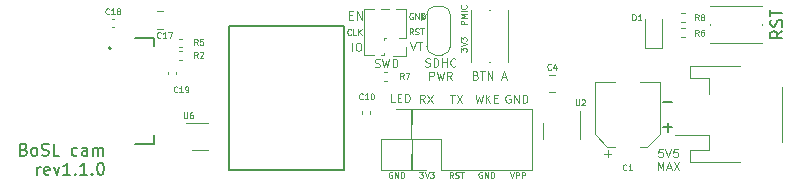
<source format=gbr>
G04 #@! TF.GenerationSoftware,KiCad,Pcbnew,(6.0.7)*
G04 #@! TF.CreationDate,2023-04-12T10:42:41+10:00*
G04 #@! TF.ProjectId,owts,6f777473-2e6b-4696-9361-645f70636258,1.1.0*
G04 #@! TF.SameCoordinates,Original*
G04 #@! TF.FileFunction,Legend,Top*
G04 #@! TF.FilePolarity,Positive*
%FSLAX46Y46*%
G04 Gerber Fmt 4.6, Leading zero omitted, Abs format (unit mm)*
G04 Created by KiCad (PCBNEW (6.0.7)) date 2023-04-12 10:42:41*
%MOMM*%
%LPD*%
G01*
G04 APERTURE LIST*
%ADD10C,0.125000*%
%ADD11C,0.150000*%
%ADD12C,0.120000*%
%ADD13C,0.127000*%
%ADD14C,0.200000*%
G04 APERTURE END LIST*
D10*
X70400000Y-108466666D02*
X70066666Y-108466666D01*
X70066666Y-107766666D01*
X70633333Y-108100000D02*
X70866666Y-108100000D01*
X70966666Y-108466666D02*
X70633333Y-108466666D01*
X70633333Y-107766666D01*
X70966666Y-107766666D01*
X71266666Y-108466666D02*
X71266666Y-107766666D01*
X71433333Y-107766666D01*
X71533333Y-107800000D01*
X71600000Y-107866666D01*
X71633333Y-107933333D01*
X71666666Y-108066666D01*
X71666666Y-108166666D01*
X71633333Y-108300000D01*
X71600000Y-108366666D01*
X71533333Y-108433333D01*
X71433333Y-108466666D01*
X71266666Y-108466666D01*
X70169047Y-114400000D02*
X70121428Y-114376190D01*
X70050000Y-114376190D01*
X69978571Y-114400000D01*
X69930952Y-114447619D01*
X69907142Y-114495238D01*
X69883333Y-114590476D01*
X69883333Y-114661904D01*
X69907142Y-114757142D01*
X69930952Y-114804761D01*
X69978571Y-114852380D01*
X70050000Y-114876190D01*
X70097619Y-114876190D01*
X70169047Y-114852380D01*
X70192857Y-114828571D01*
X70192857Y-114661904D01*
X70097619Y-114661904D01*
X70407142Y-114876190D02*
X70407142Y-114376190D01*
X70692857Y-114876190D01*
X70692857Y-114376190D01*
X70930952Y-114876190D02*
X70930952Y-114376190D01*
X71050000Y-114376190D01*
X71121428Y-114400000D01*
X71169047Y-114447619D01*
X71192857Y-114495238D01*
X71216666Y-114590476D01*
X71216666Y-114661904D01*
X71192857Y-114757142D01*
X71169047Y-114804761D01*
X71121428Y-114852380D01*
X71050000Y-114876190D01*
X70930952Y-114876190D01*
X72933333Y-108516666D02*
X72700000Y-108183333D01*
X72533333Y-108516666D02*
X72533333Y-107816666D01*
X72800000Y-107816666D01*
X72866666Y-107850000D01*
X72900000Y-107883333D01*
X72933333Y-107950000D01*
X72933333Y-108050000D01*
X72900000Y-108116666D01*
X72866666Y-108150000D01*
X72800000Y-108183333D01*
X72533333Y-108183333D01*
X73166666Y-107816666D02*
X73633333Y-108516666D01*
X73633333Y-107816666D02*
X73166666Y-108516666D01*
X66797916Y-104116666D02*
X66797916Y-103416666D01*
X67264583Y-103416666D02*
X67397916Y-103416666D01*
X67464583Y-103450000D01*
X67531250Y-103516666D01*
X67564583Y-103650000D01*
X67564583Y-103883333D01*
X67531250Y-104016666D01*
X67464583Y-104083333D01*
X67397916Y-104116666D01*
X67264583Y-104116666D01*
X67197916Y-104083333D01*
X67131250Y-104016666D01*
X67097916Y-103883333D01*
X67097916Y-103650000D01*
X67131250Y-103516666D01*
X67197916Y-103450000D01*
X67264583Y-103416666D01*
D11*
X93119047Y-108471428D02*
X93880952Y-108471428D01*
D10*
X71936011Y-102726190D02*
X71769345Y-102488095D01*
X71650297Y-102726190D02*
X71650297Y-102226190D01*
X71840773Y-102226190D01*
X71888392Y-102250000D01*
X71912202Y-102273809D01*
X71936011Y-102321428D01*
X71936011Y-102392857D01*
X71912202Y-102440476D01*
X71888392Y-102464285D01*
X71840773Y-102488095D01*
X71650297Y-102488095D01*
X72126488Y-102702380D02*
X72197916Y-102726190D01*
X72316964Y-102726190D01*
X72364583Y-102702380D01*
X72388392Y-102678571D01*
X72412202Y-102630952D01*
X72412202Y-102583333D01*
X72388392Y-102535714D01*
X72364583Y-102511904D01*
X72316964Y-102488095D01*
X72221726Y-102464285D01*
X72174107Y-102440476D01*
X72150297Y-102416666D01*
X72126488Y-102369047D01*
X72126488Y-102321428D01*
X72150297Y-102273809D01*
X72174107Y-102250000D01*
X72221726Y-102226190D01*
X72340773Y-102226190D01*
X72412202Y-102250000D01*
X72555059Y-102226190D02*
X72840773Y-102226190D01*
X72697916Y-102726190D02*
X72697916Y-102226190D01*
D11*
X93119047Y-110571428D02*
X93880952Y-110571428D01*
X93500000Y-110952380D02*
X93500000Y-110190476D01*
D10*
X80166666Y-107850000D02*
X80100000Y-107816666D01*
X80000000Y-107816666D01*
X79900000Y-107850000D01*
X79833333Y-107916666D01*
X79800000Y-107983333D01*
X79766666Y-108116666D01*
X79766666Y-108216666D01*
X79800000Y-108350000D01*
X79833333Y-108416666D01*
X79900000Y-108483333D01*
X80000000Y-108516666D01*
X80066666Y-108516666D01*
X80166666Y-108483333D01*
X80200000Y-108450000D01*
X80200000Y-108216666D01*
X80066666Y-108216666D01*
X80500000Y-108516666D02*
X80500000Y-107816666D01*
X80900000Y-108516666D01*
X80900000Y-107816666D01*
X81233333Y-108516666D02*
X81233333Y-107816666D01*
X81400000Y-107816666D01*
X81500000Y-107850000D01*
X81566666Y-107916666D01*
X81600000Y-107983333D01*
X81633333Y-108116666D01*
X81633333Y-108216666D01*
X81600000Y-108350000D01*
X81566666Y-108416666D01*
X81500000Y-108483333D01*
X81400000Y-108516666D01*
X81233333Y-108516666D01*
X93083333Y-112403166D02*
X92750000Y-112403166D01*
X92716666Y-112736500D01*
X92750000Y-112703166D01*
X92816666Y-112669833D01*
X92983333Y-112669833D01*
X93050000Y-112703166D01*
X93083333Y-112736500D01*
X93116666Y-112803166D01*
X93116666Y-112969833D01*
X93083333Y-113036500D01*
X93050000Y-113069833D01*
X92983333Y-113103166D01*
X92816666Y-113103166D01*
X92750000Y-113069833D01*
X92716666Y-113036500D01*
X93316666Y-112403166D02*
X93550000Y-113103166D01*
X93783333Y-112403166D01*
X94350000Y-112403166D02*
X94016666Y-112403166D01*
X93983333Y-112736500D01*
X94016666Y-112703166D01*
X94083333Y-112669833D01*
X94250000Y-112669833D01*
X94316666Y-112703166D01*
X94350000Y-112736500D01*
X94383333Y-112803166D01*
X94383333Y-112969833D01*
X94350000Y-113036500D01*
X94316666Y-113069833D01*
X94250000Y-113103166D01*
X94083333Y-113103166D01*
X94016666Y-113069833D01*
X93983333Y-113036500D01*
X92683333Y-114230166D02*
X92683333Y-113530166D01*
X92916666Y-114030166D01*
X93150000Y-113530166D01*
X93150000Y-114230166D01*
X93450000Y-114030166D02*
X93783333Y-114030166D01*
X93383333Y-114230166D02*
X93616666Y-113530166D01*
X93850000Y-114230166D01*
X94016666Y-113530166D02*
X94483333Y-114230166D01*
X94483333Y-113530166D02*
X94016666Y-114230166D01*
X71912202Y-100950000D02*
X71864583Y-100926190D01*
X71793154Y-100926190D01*
X71721726Y-100950000D01*
X71674107Y-100997619D01*
X71650297Y-101045238D01*
X71626488Y-101140476D01*
X71626488Y-101211904D01*
X71650297Y-101307142D01*
X71674107Y-101354761D01*
X71721726Y-101402380D01*
X71793154Y-101426190D01*
X71840773Y-101426190D01*
X71912202Y-101402380D01*
X71936011Y-101378571D01*
X71936011Y-101211904D01*
X71840773Y-101211904D01*
X72150297Y-101426190D02*
X72150297Y-100926190D01*
X72436011Y-101426190D01*
X72436011Y-100926190D01*
X72674107Y-101426190D02*
X72674107Y-100926190D01*
X72793154Y-100926190D01*
X72864583Y-100950000D01*
X72912202Y-100997619D01*
X72936011Y-101045238D01*
X72959821Y-101140476D01*
X72959821Y-101211904D01*
X72936011Y-101307142D01*
X72912202Y-101354761D01*
X72864583Y-101402380D01*
X72793154Y-101426190D01*
X72674107Y-101426190D01*
X72480952Y-114376190D02*
X72790476Y-114376190D01*
X72623809Y-114566666D01*
X72695238Y-114566666D01*
X72742857Y-114590476D01*
X72766666Y-114614285D01*
X72790476Y-114661904D01*
X72790476Y-114780952D01*
X72766666Y-114828571D01*
X72742857Y-114852380D01*
X72695238Y-114876190D01*
X72552380Y-114876190D01*
X72504761Y-114852380D01*
X72480952Y-114828571D01*
X72933333Y-114376190D02*
X73100000Y-114876190D01*
X73266666Y-114376190D01*
X73385714Y-114376190D02*
X73695238Y-114376190D01*
X73528571Y-114566666D01*
X73600000Y-114566666D01*
X73647619Y-114590476D01*
X73671428Y-114614285D01*
X73695238Y-114661904D01*
X73695238Y-114780952D01*
X73671428Y-114828571D01*
X73647619Y-114852380D01*
X73600000Y-114876190D01*
X73457142Y-114876190D01*
X73409523Y-114852380D01*
X73385714Y-114828571D01*
X71697916Y-103366666D02*
X71931250Y-104066666D01*
X72164583Y-103366666D01*
X72297916Y-103366666D02*
X72697916Y-103366666D01*
X72497916Y-104066666D02*
X72497916Y-103366666D01*
X75976190Y-104197321D02*
X75976190Y-103887797D01*
X76166666Y-104054464D01*
X76166666Y-103983035D01*
X76190476Y-103935416D01*
X76214285Y-103911607D01*
X76261904Y-103887797D01*
X76380952Y-103887797D01*
X76428571Y-103911607D01*
X76452380Y-103935416D01*
X76476190Y-103983035D01*
X76476190Y-104125892D01*
X76452380Y-104173511D01*
X76428571Y-104197321D01*
X75976190Y-103744940D02*
X76476190Y-103578273D01*
X75976190Y-103411607D01*
X75976190Y-103292559D02*
X75976190Y-102983035D01*
X76166666Y-103149702D01*
X76166666Y-103078273D01*
X76190476Y-103030654D01*
X76214285Y-103006845D01*
X76261904Y-102983035D01*
X76380952Y-102983035D01*
X76428571Y-103006845D01*
X76452380Y-103030654D01*
X76476190Y-103078273D01*
X76476190Y-103221130D01*
X76452380Y-103268750D01*
X76428571Y-103292559D01*
X77769047Y-114400000D02*
X77721428Y-114376190D01*
X77650000Y-114376190D01*
X77578571Y-114400000D01*
X77530952Y-114447619D01*
X77507142Y-114495238D01*
X77483333Y-114590476D01*
X77483333Y-114661904D01*
X77507142Y-114757142D01*
X77530952Y-114804761D01*
X77578571Y-114852380D01*
X77650000Y-114876190D01*
X77697619Y-114876190D01*
X77769047Y-114852380D01*
X77792857Y-114828571D01*
X77792857Y-114661904D01*
X77697619Y-114661904D01*
X78007142Y-114876190D02*
X78007142Y-114376190D01*
X78292857Y-114876190D01*
X78292857Y-114376190D01*
X78530952Y-114876190D02*
X78530952Y-114376190D01*
X78650000Y-114376190D01*
X78721428Y-114400000D01*
X78769047Y-114447619D01*
X78792857Y-114495238D01*
X78816666Y-114590476D01*
X78816666Y-114661904D01*
X78792857Y-114757142D01*
X78769047Y-114804761D01*
X78721428Y-114852380D01*
X78650000Y-114876190D01*
X78530952Y-114876190D01*
D11*
X103202380Y-102447619D02*
X102726190Y-102780952D01*
X103202380Y-103019047D02*
X102202380Y-103019047D01*
X102202380Y-102638095D01*
X102250000Y-102542857D01*
X102297619Y-102495238D01*
X102392857Y-102447619D01*
X102535714Y-102447619D01*
X102630952Y-102495238D01*
X102678571Y-102542857D01*
X102726190Y-102638095D01*
X102726190Y-103019047D01*
X103154761Y-102066666D02*
X103202380Y-101923809D01*
X103202380Y-101685714D01*
X103154761Y-101590476D01*
X103107142Y-101542857D01*
X103011904Y-101495238D01*
X102916666Y-101495238D01*
X102821428Y-101542857D01*
X102773809Y-101590476D01*
X102726190Y-101685714D01*
X102678571Y-101876190D01*
X102630952Y-101971428D01*
X102583333Y-102019047D01*
X102488095Y-102066666D01*
X102392857Y-102066666D01*
X102297619Y-102019047D01*
X102250000Y-101971428D01*
X102202380Y-101876190D01*
X102202380Y-101638095D01*
X102250000Y-101495238D01*
X102202380Y-101209523D02*
X102202380Y-100638095D01*
X103202380Y-100923809D02*
X102202380Y-100923809D01*
D10*
X75066666Y-107816666D02*
X75466666Y-107816666D01*
X75266666Y-108516666D02*
X75266666Y-107816666D01*
X75633333Y-107816666D02*
X76100000Y-108516666D01*
X76100000Y-107816666D02*
X75633333Y-108516666D01*
X80133333Y-114376190D02*
X80300000Y-114876190D01*
X80466666Y-114376190D01*
X80633333Y-114876190D02*
X80633333Y-114376190D01*
X80823809Y-114376190D01*
X80871428Y-114400000D01*
X80895238Y-114423809D01*
X80919047Y-114471428D01*
X80919047Y-114542857D01*
X80895238Y-114590476D01*
X80871428Y-114614285D01*
X80823809Y-114638095D01*
X80633333Y-114638095D01*
X81133333Y-114876190D02*
X81133333Y-114376190D01*
X81323809Y-114376190D01*
X81371428Y-114400000D01*
X81395238Y-114423809D01*
X81419047Y-114471428D01*
X81419047Y-114542857D01*
X81395238Y-114590476D01*
X81371428Y-114614285D01*
X81323809Y-114638095D01*
X81133333Y-114638095D01*
X72983333Y-105419833D02*
X73083333Y-105453166D01*
X73250000Y-105453166D01*
X73316666Y-105419833D01*
X73350000Y-105386500D01*
X73383333Y-105319833D01*
X73383333Y-105253166D01*
X73350000Y-105186500D01*
X73316666Y-105153166D01*
X73250000Y-105119833D01*
X73116666Y-105086500D01*
X73050000Y-105053166D01*
X73016666Y-105019833D01*
X72983333Y-104953166D01*
X72983333Y-104886500D01*
X73016666Y-104819833D01*
X73050000Y-104786500D01*
X73116666Y-104753166D01*
X73283333Y-104753166D01*
X73383333Y-104786500D01*
X73683333Y-105453166D02*
X73683333Y-104753166D01*
X73850000Y-104753166D01*
X73950000Y-104786500D01*
X74016666Y-104853166D01*
X74050000Y-104919833D01*
X74083333Y-105053166D01*
X74083333Y-105153166D01*
X74050000Y-105286500D01*
X74016666Y-105353166D01*
X73950000Y-105419833D01*
X73850000Y-105453166D01*
X73683333Y-105453166D01*
X74383333Y-105453166D02*
X74383333Y-104753166D01*
X74383333Y-105086500D02*
X74783333Y-105086500D01*
X74783333Y-105453166D02*
X74783333Y-104753166D01*
X75516666Y-105386500D02*
X75483333Y-105419833D01*
X75383333Y-105453166D01*
X75316666Y-105453166D01*
X75216666Y-105419833D01*
X75150000Y-105353166D01*
X75116666Y-105286500D01*
X75083333Y-105153166D01*
X75083333Y-105053166D01*
X75116666Y-104919833D01*
X75150000Y-104853166D01*
X75216666Y-104786500D01*
X75316666Y-104753166D01*
X75383333Y-104753166D01*
X75483333Y-104786500D01*
X75516666Y-104819833D01*
X73316666Y-106580166D02*
X73316666Y-105880166D01*
X73583333Y-105880166D01*
X73650000Y-105913500D01*
X73683333Y-105946833D01*
X73716666Y-106013500D01*
X73716666Y-106113500D01*
X73683333Y-106180166D01*
X73650000Y-106213500D01*
X73583333Y-106246833D01*
X73316666Y-106246833D01*
X73950000Y-105880166D02*
X74116666Y-106580166D01*
X74250000Y-106080166D01*
X74383333Y-106580166D01*
X74550000Y-105880166D01*
X75216666Y-106580166D02*
X74983333Y-106246833D01*
X74816666Y-106580166D02*
X74816666Y-105880166D01*
X75083333Y-105880166D01*
X75150000Y-105913500D01*
X75183333Y-105946833D01*
X75216666Y-106013500D01*
X75216666Y-106113500D01*
X75183333Y-106180166D01*
X75150000Y-106213500D01*
X75083333Y-106246833D01*
X74816666Y-106246833D01*
X77233333Y-107816666D02*
X77400000Y-108516666D01*
X77533333Y-108016666D01*
X77666666Y-108516666D01*
X77833333Y-107816666D01*
X78100000Y-108516666D02*
X78100000Y-107816666D01*
X78500000Y-108516666D02*
X78200000Y-108116666D01*
X78500000Y-107816666D02*
X78100000Y-108216666D01*
X78800000Y-108150000D02*
X79033333Y-108150000D01*
X79133333Y-108516666D02*
X78800000Y-108516666D01*
X78800000Y-107816666D01*
X79133333Y-107816666D01*
D11*
X39000119Y-112473571D02*
X39142976Y-112521190D01*
X39190595Y-112568809D01*
X39238214Y-112664047D01*
X39238214Y-112806904D01*
X39190595Y-112902142D01*
X39142976Y-112949761D01*
X39047738Y-112997380D01*
X38666785Y-112997380D01*
X38666785Y-111997380D01*
X39000119Y-111997380D01*
X39095357Y-112045000D01*
X39142976Y-112092619D01*
X39190595Y-112187857D01*
X39190595Y-112283095D01*
X39142976Y-112378333D01*
X39095357Y-112425952D01*
X39000119Y-112473571D01*
X38666785Y-112473571D01*
X39809642Y-112997380D02*
X39714404Y-112949761D01*
X39666785Y-112902142D01*
X39619166Y-112806904D01*
X39619166Y-112521190D01*
X39666785Y-112425952D01*
X39714404Y-112378333D01*
X39809642Y-112330714D01*
X39952500Y-112330714D01*
X40047738Y-112378333D01*
X40095357Y-112425952D01*
X40142976Y-112521190D01*
X40142976Y-112806904D01*
X40095357Y-112902142D01*
X40047738Y-112949761D01*
X39952500Y-112997380D01*
X39809642Y-112997380D01*
X40523928Y-112949761D02*
X40666785Y-112997380D01*
X40904880Y-112997380D01*
X41000119Y-112949761D01*
X41047738Y-112902142D01*
X41095357Y-112806904D01*
X41095357Y-112711666D01*
X41047738Y-112616428D01*
X41000119Y-112568809D01*
X40904880Y-112521190D01*
X40714404Y-112473571D01*
X40619166Y-112425952D01*
X40571547Y-112378333D01*
X40523928Y-112283095D01*
X40523928Y-112187857D01*
X40571547Y-112092619D01*
X40619166Y-112045000D01*
X40714404Y-111997380D01*
X40952500Y-111997380D01*
X41095357Y-112045000D01*
X42000119Y-112997380D02*
X41523928Y-112997380D01*
X41523928Y-111997380D01*
X43523928Y-112949761D02*
X43428690Y-112997380D01*
X43238214Y-112997380D01*
X43142976Y-112949761D01*
X43095357Y-112902142D01*
X43047738Y-112806904D01*
X43047738Y-112521190D01*
X43095357Y-112425952D01*
X43142976Y-112378333D01*
X43238214Y-112330714D01*
X43428690Y-112330714D01*
X43523928Y-112378333D01*
X44381071Y-112997380D02*
X44381071Y-112473571D01*
X44333452Y-112378333D01*
X44238214Y-112330714D01*
X44047738Y-112330714D01*
X43952500Y-112378333D01*
X44381071Y-112949761D02*
X44285833Y-112997380D01*
X44047738Y-112997380D01*
X43952500Y-112949761D01*
X43904880Y-112854523D01*
X43904880Y-112759285D01*
X43952500Y-112664047D01*
X44047738Y-112616428D01*
X44285833Y-112616428D01*
X44381071Y-112568809D01*
X44857261Y-112997380D02*
X44857261Y-112330714D01*
X44857261Y-112425952D02*
X44904880Y-112378333D01*
X45000119Y-112330714D01*
X45142976Y-112330714D01*
X45238214Y-112378333D01*
X45285833Y-112473571D01*
X45285833Y-112997380D01*
X45285833Y-112473571D02*
X45333452Y-112378333D01*
X45428690Y-112330714D01*
X45571547Y-112330714D01*
X45666785Y-112378333D01*
X45714404Y-112473571D01*
X45714404Y-112997380D01*
X40142976Y-114607380D02*
X40142976Y-113940714D01*
X40142976Y-114131190D02*
X40190595Y-114035952D01*
X40238214Y-113988333D01*
X40333452Y-113940714D01*
X40428690Y-113940714D01*
X41142976Y-114559761D02*
X41047738Y-114607380D01*
X40857261Y-114607380D01*
X40762023Y-114559761D01*
X40714404Y-114464523D01*
X40714404Y-114083571D01*
X40762023Y-113988333D01*
X40857261Y-113940714D01*
X41047738Y-113940714D01*
X41142976Y-113988333D01*
X41190595Y-114083571D01*
X41190595Y-114178809D01*
X40714404Y-114274047D01*
X41523928Y-113940714D02*
X41762023Y-114607380D01*
X42000119Y-113940714D01*
X42904880Y-114607380D02*
X42333452Y-114607380D01*
X42619166Y-114607380D02*
X42619166Y-113607380D01*
X42523928Y-113750238D01*
X42428690Y-113845476D01*
X42333452Y-113893095D01*
X43333452Y-114512142D02*
X43381071Y-114559761D01*
X43333452Y-114607380D01*
X43285833Y-114559761D01*
X43333452Y-114512142D01*
X43333452Y-114607380D01*
X44333452Y-114607380D02*
X43762023Y-114607380D01*
X44047738Y-114607380D02*
X44047738Y-113607380D01*
X43952500Y-113750238D01*
X43857261Y-113845476D01*
X43762023Y-113893095D01*
X44762023Y-114512142D02*
X44809642Y-114559761D01*
X44762023Y-114607380D01*
X44714404Y-114559761D01*
X44762023Y-114512142D01*
X44762023Y-114607380D01*
X45428690Y-113607380D02*
X45523928Y-113607380D01*
X45619166Y-113655000D01*
X45666785Y-113702619D01*
X45714404Y-113797857D01*
X45762023Y-113988333D01*
X45762023Y-114226428D01*
X45714404Y-114416904D01*
X45666785Y-114512142D01*
X45619166Y-114559761D01*
X45523928Y-114607380D01*
X45428690Y-114607380D01*
X45333452Y-114559761D01*
X45285833Y-114512142D01*
X45238214Y-114416904D01*
X45190595Y-114226428D01*
X45190595Y-113988333D01*
X45238214Y-113797857D01*
X45285833Y-113702619D01*
X45333452Y-113655000D01*
X45428690Y-113607380D01*
D10*
X77250000Y-106200000D02*
X77350000Y-106233333D01*
X77383333Y-106266666D01*
X77416666Y-106333333D01*
X77416666Y-106433333D01*
X77383333Y-106500000D01*
X77350000Y-106533333D01*
X77283333Y-106566666D01*
X77016666Y-106566666D01*
X77016666Y-105866666D01*
X77250000Y-105866666D01*
X77316666Y-105900000D01*
X77350000Y-105933333D01*
X77383333Y-106000000D01*
X77383333Y-106066666D01*
X77350000Y-106133333D01*
X77316666Y-106166666D01*
X77250000Y-106200000D01*
X77016666Y-106200000D01*
X77616666Y-105866666D02*
X78016666Y-105866666D01*
X77816666Y-106566666D02*
X77816666Y-105866666D01*
X78250000Y-106566666D02*
X78250000Y-105866666D01*
X78650000Y-106566666D01*
X78650000Y-105866666D01*
X79483333Y-106366666D02*
X79816666Y-106366666D01*
X79416666Y-106566666D02*
X79650000Y-105866666D01*
X79883333Y-106566666D01*
X66686011Y-102728571D02*
X66662202Y-102752380D01*
X66590773Y-102776190D01*
X66543154Y-102776190D01*
X66471726Y-102752380D01*
X66424107Y-102704761D01*
X66400297Y-102657142D01*
X66376488Y-102561904D01*
X66376488Y-102490476D01*
X66400297Y-102395238D01*
X66424107Y-102347619D01*
X66471726Y-102300000D01*
X66543154Y-102276190D01*
X66590773Y-102276190D01*
X66662202Y-102300000D01*
X66686011Y-102323809D01*
X67138392Y-102776190D02*
X66900297Y-102776190D01*
X66900297Y-102276190D01*
X67305059Y-102776190D02*
X67305059Y-102276190D01*
X67590773Y-102776190D02*
X67376488Y-102490476D01*
X67590773Y-102276190D02*
X67305059Y-102561904D01*
X68714583Y-105483333D02*
X68814583Y-105516666D01*
X68981250Y-105516666D01*
X69047916Y-105483333D01*
X69081250Y-105450000D01*
X69114583Y-105383333D01*
X69114583Y-105316666D01*
X69081250Y-105250000D01*
X69047916Y-105216666D01*
X68981250Y-105183333D01*
X68847916Y-105150000D01*
X68781250Y-105116666D01*
X68747916Y-105083333D01*
X68714583Y-105016666D01*
X68714583Y-104950000D01*
X68747916Y-104883333D01*
X68781250Y-104850000D01*
X68847916Y-104816666D01*
X69014583Y-104816666D01*
X69114583Y-104850000D01*
X69347916Y-104816666D02*
X69514583Y-105516666D01*
X69647916Y-105016666D01*
X69781250Y-105516666D01*
X69947916Y-104816666D01*
X70214583Y-105516666D02*
X70214583Y-104816666D01*
X70381250Y-104816666D01*
X70481250Y-104850000D01*
X70547916Y-104916666D01*
X70581250Y-104983333D01*
X70614583Y-105116666D01*
X70614583Y-105216666D01*
X70581250Y-105350000D01*
X70547916Y-105416666D01*
X70481250Y-105483333D01*
X70381250Y-105516666D01*
X70214583Y-105516666D01*
X75326190Y-114876190D02*
X75159523Y-114638095D01*
X75040476Y-114876190D02*
X75040476Y-114376190D01*
X75230952Y-114376190D01*
X75278571Y-114400000D01*
X75302380Y-114423809D01*
X75326190Y-114471428D01*
X75326190Y-114542857D01*
X75302380Y-114590476D01*
X75278571Y-114614285D01*
X75230952Y-114638095D01*
X75040476Y-114638095D01*
X75516666Y-114852380D02*
X75588095Y-114876190D01*
X75707142Y-114876190D01*
X75754761Y-114852380D01*
X75778571Y-114828571D01*
X75802380Y-114780952D01*
X75802380Y-114733333D01*
X75778571Y-114685714D01*
X75754761Y-114661904D01*
X75707142Y-114638095D01*
X75611904Y-114614285D01*
X75564285Y-114590476D01*
X75540476Y-114566666D01*
X75516666Y-114519047D01*
X75516666Y-114471428D01*
X75540476Y-114423809D01*
X75564285Y-114400000D01*
X75611904Y-114376190D01*
X75730952Y-114376190D01*
X75802380Y-114400000D01*
X75945238Y-114376190D02*
X76230952Y-114376190D01*
X76088095Y-114876190D02*
X76088095Y-114376190D01*
X76476190Y-101849702D02*
X75976190Y-101849702D01*
X75976190Y-101659226D01*
X76000000Y-101611607D01*
X76023809Y-101587797D01*
X76071428Y-101563988D01*
X76142857Y-101563988D01*
X76190476Y-101587797D01*
X76214285Y-101611607D01*
X76238095Y-101659226D01*
X76238095Y-101849702D01*
X76476190Y-101349702D02*
X75976190Y-101349702D01*
X76333333Y-101183035D01*
X75976190Y-101016369D01*
X76476190Y-101016369D01*
X76476190Y-100778273D02*
X75976190Y-100778273D01*
X76428571Y-100254464D02*
X76452380Y-100278273D01*
X76476190Y-100349702D01*
X76476190Y-100397321D01*
X76452380Y-100468750D01*
X76404761Y-100516369D01*
X76357142Y-100540178D01*
X76261904Y-100563988D01*
X76190476Y-100563988D01*
X76095238Y-100540178D01*
X76047619Y-100516369D01*
X76000000Y-100468750D01*
X75976190Y-100397321D01*
X75976190Y-100349702D01*
X76000000Y-100278273D01*
X76023809Y-100254464D01*
X66547916Y-101100000D02*
X66781250Y-101100000D01*
X66881250Y-101466666D02*
X66547916Y-101466666D01*
X66547916Y-100766666D01*
X66881250Y-100766666D01*
X67181250Y-101466666D02*
X67181250Y-100766666D01*
X67581250Y-101466666D01*
X67581250Y-100766666D01*
X71141666Y-106476190D02*
X70975000Y-106238095D01*
X70855952Y-106476190D02*
X70855952Y-105976190D01*
X71046428Y-105976190D01*
X71094047Y-106000000D01*
X71117857Y-106023809D01*
X71141666Y-106071428D01*
X71141666Y-106142857D01*
X71117857Y-106190476D01*
X71094047Y-106214285D01*
X71046428Y-106238095D01*
X70855952Y-106238095D01*
X71308333Y-105976190D02*
X71641666Y-105976190D01*
X71427380Y-106476190D01*
X85719047Y-108226190D02*
X85719047Y-108630952D01*
X85742857Y-108678571D01*
X85766666Y-108702380D01*
X85814285Y-108726190D01*
X85909523Y-108726190D01*
X85957142Y-108702380D01*
X85980952Y-108678571D01*
X86004761Y-108630952D01*
X86004761Y-108226190D01*
X86219047Y-108273809D02*
X86242857Y-108250000D01*
X86290476Y-108226190D01*
X86409523Y-108226190D01*
X86457142Y-108250000D01*
X86480952Y-108273809D01*
X86504761Y-108321428D01*
X86504761Y-108369047D01*
X86480952Y-108440476D01*
X86195238Y-108726190D01*
X86504761Y-108726190D01*
X51978571Y-107578571D02*
X51954761Y-107602380D01*
X51883333Y-107626190D01*
X51835714Y-107626190D01*
X51764285Y-107602380D01*
X51716666Y-107554761D01*
X51692857Y-107507142D01*
X51669047Y-107411904D01*
X51669047Y-107340476D01*
X51692857Y-107245238D01*
X51716666Y-107197619D01*
X51764285Y-107150000D01*
X51835714Y-107126190D01*
X51883333Y-107126190D01*
X51954761Y-107150000D01*
X51978571Y-107173809D01*
X52454761Y-107626190D02*
X52169047Y-107626190D01*
X52311904Y-107626190D02*
X52311904Y-107126190D01*
X52264285Y-107197619D01*
X52216666Y-107245238D01*
X52169047Y-107269047D01*
X52692857Y-107626190D02*
X52788095Y-107626190D01*
X52835714Y-107602380D01*
X52859523Y-107578571D01*
X52907142Y-107507142D01*
X52930952Y-107411904D01*
X52930952Y-107221428D01*
X52907142Y-107173809D01*
X52883333Y-107150000D01*
X52835714Y-107126190D01*
X52740476Y-107126190D01*
X52692857Y-107150000D01*
X52669047Y-107173809D01*
X52645238Y-107221428D01*
X52645238Y-107340476D01*
X52669047Y-107388095D01*
X52692857Y-107411904D01*
X52740476Y-107435714D01*
X52835714Y-107435714D01*
X52883333Y-107411904D01*
X52907142Y-107388095D01*
X52930952Y-107340476D01*
X53716666Y-104705190D02*
X53550000Y-104467095D01*
X53430952Y-104705190D02*
X53430952Y-104205190D01*
X53621428Y-104205190D01*
X53669047Y-104229000D01*
X53692857Y-104252809D01*
X53716666Y-104300428D01*
X53716666Y-104371857D01*
X53692857Y-104419476D01*
X53669047Y-104443285D01*
X53621428Y-104467095D01*
X53430952Y-104467095D01*
X53907142Y-104252809D02*
X53930952Y-104229000D01*
X53978571Y-104205190D01*
X54097619Y-104205190D01*
X54145238Y-104229000D01*
X54169047Y-104252809D01*
X54192857Y-104300428D01*
X54192857Y-104348047D01*
X54169047Y-104419476D01*
X53883333Y-104705190D01*
X54192857Y-104705190D01*
X46206571Y-100978571D02*
X46182761Y-101002380D01*
X46111333Y-101026190D01*
X46063714Y-101026190D01*
X45992285Y-101002380D01*
X45944666Y-100954761D01*
X45920857Y-100907142D01*
X45897047Y-100811904D01*
X45897047Y-100740476D01*
X45920857Y-100645238D01*
X45944666Y-100597619D01*
X45992285Y-100550000D01*
X46063714Y-100526190D01*
X46111333Y-100526190D01*
X46182761Y-100550000D01*
X46206571Y-100573809D01*
X46682761Y-101026190D02*
X46397047Y-101026190D01*
X46539904Y-101026190D02*
X46539904Y-100526190D01*
X46492285Y-100597619D01*
X46444666Y-100645238D01*
X46397047Y-100669047D01*
X46968476Y-100740476D02*
X46920857Y-100716666D01*
X46897047Y-100692857D01*
X46873238Y-100645238D01*
X46873238Y-100621428D01*
X46897047Y-100573809D01*
X46920857Y-100550000D01*
X46968476Y-100526190D01*
X47063714Y-100526190D01*
X47111333Y-100550000D01*
X47135142Y-100573809D01*
X47158952Y-100621428D01*
X47158952Y-100645238D01*
X47135142Y-100692857D01*
X47111333Y-100716666D01*
X47063714Y-100740476D01*
X46968476Y-100740476D01*
X46920857Y-100764285D01*
X46897047Y-100788095D01*
X46873238Y-100835714D01*
X46873238Y-100930952D01*
X46897047Y-100978571D01*
X46920857Y-101002380D01*
X46968476Y-101026190D01*
X47063714Y-101026190D01*
X47111333Y-101002380D01*
X47135142Y-100978571D01*
X47158952Y-100930952D01*
X47158952Y-100835714D01*
X47135142Y-100788095D01*
X47111333Y-100764285D01*
X47063714Y-100740476D01*
X90016666Y-114178571D02*
X89992857Y-114202380D01*
X89921428Y-114226190D01*
X89873809Y-114226190D01*
X89802380Y-114202380D01*
X89754761Y-114154761D01*
X89730952Y-114107142D01*
X89707142Y-114011904D01*
X89707142Y-113940476D01*
X89730952Y-113845238D01*
X89754761Y-113797619D01*
X89802380Y-113750000D01*
X89873809Y-113726190D01*
X89921428Y-113726190D01*
X89992857Y-113750000D01*
X90016666Y-113773809D01*
X90492857Y-114226190D02*
X90207142Y-114226190D01*
X90350000Y-114226190D02*
X90350000Y-113726190D01*
X90302380Y-113797619D01*
X90254761Y-113845238D01*
X90207142Y-113869047D01*
X52519047Y-109326190D02*
X52519047Y-109730952D01*
X52542857Y-109778571D01*
X52566666Y-109802380D01*
X52614285Y-109826190D01*
X52709523Y-109826190D01*
X52757142Y-109802380D01*
X52780952Y-109778571D01*
X52804761Y-109730952D01*
X52804761Y-109326190D01*
X53257142Y-109326190D02*
X53161904Y-109326190D01*
X53114285Y-109350000D01*
X53090476Y-109373809D01*
X53042857Y-109445238D01*
X53019047Y-109540476D01*
X53019047Y-109730952D01*
X53042857Y-109778571D01*
X53066666Y-109802380D01*
X53114285Y-109826190D01*
X53209523Y-109826190D01*
X53257142Y-109802380D01*
X53280952Y-109778571D01*
X53304761Y-109730952D01*
X53304761Y-109611904D01*
X53280952Y-109564285D01*
X53257142Y-109540476D01*
X53209523Y-109516666D01*
X53114285Y-109516666D01*
X53066666Y-109540476D01*
X53042857Y-109564285D01*
X53019047Y-109611904D01*
X53716666Y-103626190D02*
X53550000Y-103388095D01*
X53430952Y-103626190D02*
X53430952Y-103126190D01*
X53621428Y-103126190D01*
X53669047Y-103150000D01*
X53692857Y-103173809D01*
X53716666Y-103221428D01*
X53716666Y-103292857D01*
X53692857Y-103340476D01*
X53669047Y-103364285D01*
X53621428Y-103388095D01*
X53430952Y-103388095D01*
X54169047Y-103126190D02*
X53930952Y-103126190D01*
X53907142Y-103364285D01*
X53930952Y-103340476D01*
X53978571Y-103316666D01*
X54097619Y-103316666D01*
X54145238Y-103340476D01*
X54169047Y-103364285D01*
X54192857Y-103411904D01*
X54192857Y-103530952D01*
X54169047Y-103578571D01*
X54145238Y-103602380D01*
X54097619Y-103626190D01*
X53978571Y-103626190D01*
X53930952Y-103602380D01*
X53907142Y-103578571D01*
X50578571Y-102978571D02*
X50554761Y-103002380D01*
X50483333Y-103026190D01*
X50435714Y-103026190D01*
X50364285Y-103002380D01*
X50316666Y-102954761D01*
X50292857Y-102907142D01*
X50269047Y-102811904D01*
X50269047Y-102740476D01*
X50292857Y-102645238D01*
X50316666Y-102597619D01*
X50364285Y-102550000D01*
X50435714Y-102526190D01*
X50483333Y-102526190D01*
X50554761Y-102550000D01*
X50578571Y-102573809D01*
X51054761Y-103026190D02*
X50769047Y-103026190D01*
X50911904Y-103026190D02*
X50911904Y-102526190D01*
X50864285Y-102597619D01*
X50816666Y-102645238D01*
X50769047Y-102669047D01*
X51221428Y-102526190D02*
X51554761Y-102526190D01*
X51340476Y-103026190D01*
X96116666Y-101526190D02*
X95950000Y-101288095D01*
X95830952Y-101526190D02*
X95830952Y-101026190D01*
X96021428Y-101026190D01*
X96069047Y-101050000D01*
X96092857Y-101073809D01*
X96116666Y-101121428D01*
X96116666Y-101192857D01*
X96092857Y-101240476D01*
X96069047Y-101264285D01*
X96021428Y-101288095D01*
X95830952Y-101288095D01*
X96402380Y-101240476D02*
X96354761Y-101216666D01*
X96330952Y-101192857D01*
X96307142Y-101145238D01*
X96307142Y-101121428D01*
X96330952Y-101073809D01*
X96354761Y-101050000D01*
X96402380Y-101026190D01*
X96497619Y-101026190D01*
X96545238Y-101050000D01*
X96569047Y-101073809D01*
X96592857Y-101121428D01*
X96592857Y-101145238D01*
X96569047Y-101192857D01*
X96545238Y-101216666D01*
X96497619Y-101240476D01*
X96402380Y-101240476D01*
X96354761Y-101264285D01*
X96330952Y-101288095D01*
X96307142Y-101335714D01*
X96307142Y-101430952D01*
X96330952Y-101478571D01*
X96354761Y-101502380D01*
X96402380Y-101526190D01*
X96497619Y-101526190D01*
X96545238Y-101502380D01*
X96569047Y-101478571D01*
X96592857Y-101430952D01*
X96592857Y-101335714D01*
X96569047Y-101288095D01*
X96545238Y-101264285D01*
X96497619Y-101240476D01*
X90520952Y-101526190D02*
X90520952Y-101026190D01*
X90640000Y-101026190D01*
X90711428Y-101050000D01*
X90759047Y-101097619D01*
X90782857Y-101145238D01*
X90806666Y-101240476D01*
X90806666Y-101311904D01*
X90782857Y-101407142D01*
X90759047Y-101454761D01*
X90711428Y-101502380D01*
X90640000Y-101526190D01*
X90520952Y-101526190D01*
X91282857Y-101526190D02*
X90997142Y-101526190D01*
X91140000Y-101526190D02*
X91140000Y-101026190D01*
X91092380Y-101097619D01*
X91044761Y-101145238D01*
X90997142Y-101169047D01*
X96116666Y-102826190D02*
X95950000Y-102588095D01*
X95830952Y-102826190D02*
X95830952Y-102326190D01*
X96021428Y-102326190D01*
X96069047Y-102350000D01*
X96092857Y-102373809D01*
X96116666Y-102421428D01*
X96116666Y-102492857D01*
X96092857Y-102540476D01*
X96069047Y-102564285D01*
X96021428Y-102588095D01*
X95830952Y-102588095D01*
X96545238Y-102326190D02*
X96450000Y-102326190D01*
X96402380Y-102350000D01*
X96378571Y-102373809D01*
X96330952Y-102445238D01*
X96307142Y-102540476D01*
X96307142Y-102730952D01*
X96330952Y-102778571D01*
X96354761Y-102802380D01*
X96402380Y-102826190D01*
X96497619Y-102826190D01*
X96545238Y-102802380D01*
X96569047Y-102778571D01*
X96592857Y-102730952D01*
X96592857Y-102611904D01*
X96569047Y-102564285D01*
X96545238Y-102540476D01*
X96497619Y-102516666D01*
X96402380Y-102516666D01*
X96354761Y-102540476D01*
X96330952Y-102564285D01*
X96307142Y-102611904D01*
X67678571Y-108178571D02*
X67654761Y-108202380D01*
X67583333Y-108226190D01*
X67535714Y-108226190D01*
X67464285Y-108202380D01*
X67416666Y-108154761D01*
X67392857Y-108107142D01*
X67369047Y-108011904D01*
X67369047Y-107940476D01*
X67392857Y-107845238D01*
X67416666Y-107797619D01*
X67464285Y-107750000D01*
X67535714Y-107726190D01*
X67583333Y-107726190D01*
X67654761Y-107750000D01*
X67678571Y-107773809D01*
X68154761Y-108226190D02*
X67869047Y-108226190D01*
X68011904Y-108226190D02*
X68011904Y-107726190D01*
X67964285Y-107797619D01*
X67916666Y-107845238D01*
X67869047Y-107869047D01*
X68464285Y-107726190D02*
X68511904Y-107726190D01*
X68559523Y-107750000D01*
X68583333Y-107773809D01*
X68607142Y-107821428D01*
X68630952Y-107916666D01*
X68630952Y-108035714D01*
X68607142Y-108130952D01*
X68583333Y-108178571D01*
X68559523Y-108202380D01*
X68511904Y-108226190D01*
X68464285Y-108226190D01*
X68416666Y-108202380D01*
X68392857Y-108178571D01*
X68369047Y-108130952D01*
X68345238Y-108035714D01*
X68345238Y-107916666D01*
X68369047Y-107821428D01*
X68392857Y-107773809D01*
X68416666Y-107750000D01*
X68464285Y-107726190D01*
X83616666Y-105678571D02*
X83592857Y-105702380D01*
X83521428Y-105726190D01*
X83473809Y-105726190D01*
X83402380Y-105702380D01*
X83354761Y-105654761D01*
X83330952Y-105607142D01*
X83307142Y-105511904D01*
X83307142Y-105440476D01*
X83330952Y-105345238D01*
X83354761Y-105297619D01*
X83402380Y-105250000D01*
X83473809Y-105226190D01*
X83521428Y-105226190D01*
X83592857Y-105250000D01*
X83616666Y-105273809D01*
X84045238Y-105392857D02*
X84045238Y-105726190D01*
X83926190Y-105202380D02*
X83807142Y-105559523D01*
X84116666Y-105559523D01*
D12*
X72900000Y-101200000D02*
X72600000Y-101500000D01*
X72600000Y-100900000D02*
X72600000Y-101500000D01*
X74400000Y-104450000D02*
X73800000Y-104450000D01*
X75100000Y-101000000D02*
X75100000Y-103800000D01*
X73800000Y-100350000D02*
X74400000Y-100350000D01*
X73100000Y-103800000D02*
X73100000Y-101000000D01*
X72900000Y-101200000D02*
X72600000Y-100900000D01*
X75100000Y-101050000D02*
G75*
G03*
X74400000Y-100350000I-699999J1D01*
G01*
X73800000Y-100350000D02*
G75*
G03*
X73100000Y-101050000I-1J-699999D01*
G01*
X73100000Y-103750000D02*
G75*
G03*
X73800000Y-104450000I700000J0D01*
G01*
X74400000Y-104450000D02*
G75*
G03*
X75100000Y-103750000I0J700000D01*
G01*
X69205000Y-111605000D02*
X69205000Y-114205000D01*
X71865000Y-111605000D02*
X71865000Y-114205000D01*
X69205000Y-111605000D02*
X71865000Y-111605000D01*
X70535000Y-109005000D02*
X71865000Y-109005000D01*
X71865000Y-109005000D02*
X71865000Y-110335000D01*
X69205000Y-114205000D02*
X71865000Y-114205000D01*
D11*
X56325000Y-102025000D02*
X66075000Y-102025000D01*
X66075000Y-114225000D02*
X66075000Y-102025000D01*
X56325000Y-114225000D02*
X66075000Y-114225000D01*
X56325000Y-102025000D02*
X56325000Y-114225000D01*
X56325000Y-114225000D02*
X56350000Y-114200000D01*
D12*
X71745000Y-109005000D02*
X82025000Y-109005000D01*
X74345000Y-111605000D02*
X71745000Y-111605000D01*
X71745000Y-111605000D02*
X71745000Y-109005000D01*
X74345000Y-114205000D02*
X82025000Y-114205000D01*
X71745000Y-114205000D02*
X71745000Y-112875000D01*
X73075000Y-114205000D02*
X71745000Y-114205000D01*
X82025000Y-114205000D02*
X82025000Y-109005000D01*
X74345000Y-114205000D02*
X74345000Y-111605000D01*
X69446359Y-106630000D02*
X69753641Y-106630000D01*
X69446359Y-105870000D02*
X69753641Y-105870000D01*
X86060000Y-110900000D02*
X86060000Y-111550000D01*
X86060000Y-110900000D02*
X86060000Y-109225000D01*
X82940000Y-110900000D02*
X82940000Y-110250000D01*
X82940000Y-110900000D02*
X82940000Y-111550000D01*
X97100000Y-101950000D02*
X97100000Y-101850000D01*
X97100000Y-103450000D02*
X101500000Y-103450000D01*
X101500000Y-101950000D02*
X101500000Y-101850000D01*
X101500000Y-100350000D02*
X97100000Y-100350000D01*
X95390000Y-106460000D02*
X96990000Y-106460000D01*
X99640000Y-105440000D02*
X95390000Y-105440000D01*
X99640000Y-113560000D02*
X95390000Y-113560000D01*
X95390000Y-105440000D02*
X95390000Y-106460000D01*
X96990000Y-111260000D02*
X94100000Y-111260000D01*
X96990000Y-106460000D02*
X96990000Y-107740000D01*
X103210000Y-111840000D02*
X103210000Y-107160000D01*
X96990000Y-112540000D02*
X96990000Y-111260000D01*
X95390000Y-113560000D02*
X95390000Y-112540000D01*
X95390000Y-112540000D02*
X96990000Y-112540000D01*
X79950000Y-105100000D02*
X79950000Y-100700000D01*
X78350000Y-100700000D02*
X78450000Y-100700000D01*
X78350000Y-105100000D02*
X78450000Y-105100000D01*
X76850000Y-100700000D02*
X76850000Y-105100000D01*
X51888000Y-105892164D02*
X51888000Y-106107836D01*
X51168000Y-105892164D02*
X51168000Y-106107836D01*
X52096359Y-104859000D02*
X52403641Y-104859000D01*
X52096359Y-104099000D02*
X52403641Y-104099000D01*
X46420164Y-102110000D02*
X46635836Y-102110000D01*
X46420164Y-101390000D02*
X46635836Y-101390000D01*
X88404437Y-112260000D02*
X89040000Y-112260000D01*
X91795563Y-112260000D02*
X91160000Y-112260000D01*
X88415000Y-113125000D02*
X88415000Y-112500000D01*
X92860000Y-111195563D02*
X92860000Y-106740000D01*
X91795563Y-112260000D02*
X92860000Y-111195563D01*
X92860000Y-106740000D02*
X91160000Y-106740000D01*
X87340000Y-106740000D02*
X89040000Y-106740000D01*
X88102500Y-112812500D02*
X88727500Y-112812500D01*
X88404437Y-112260000D02*
X87340000Y-111195563D01*
X87340000Y-111195563D02*
X87340000Y-106740000D01*
X54600000Y-110195000D02*
X52700000Y-110195000D01*
X53200000Y-112515000D02*
X54600000Y-112515000D01*
D13*
X50053000Y-103000000D02*
X50053000Y-103730000D01*
X50053000Y-111270000D02*
X50053000Y-112000000D01*
X50053000Y-112000000D02*
X48373000Y-112000000D01*
X48373000Y-103000000D02*
X50053000Y-103000000D01*
D14*
X46378000Y-103900000D02*
G75*
G03*
X46378000Y-103900000I-100000J0D01*
G01*
D12*
X52096359Y-103835000D02*
X52403641Y-103835000D01*
X52096359Y-103075000D02*
X52403641Y-103075000D01*
X69917470Y-100540000D02*
X69262530Y-100540000D01*
X71355000Y-100540000D02*
X70532530Y-100540000D01*
X69465000Y-103068471D02*
X69465000Y-103211529D01*
X67825000Y-104470000D02*
X67825000Y-100540000D01*
X71355000Y-103015000D02*
X71355000Y-100540000D01*
X68647470Y-100540000D02*
X67825000Y-100540000D01*
X69465000Y-104470000D02*
X69262530Y-104470000D01*
X69661529Y-103015000D02*
X69518471Y-103015000D01*
X71355000Y-103015000D02*
X70788471Y-103015000D01*
X71355000Y-103775000D02*
X71355000Y-104535000D01*
X68647470Y-104470000D02*
X67825000Y-104470000D01*
X69465000Y-104338471D02*
X69465000Y-104470000D01*
X71355000Y-104535000D02*
X70225000Y-104535000D01*
X50789252Y-102235000D02*
X50266748Y-102235000D01*
X50789252Y-100765000D02*
X50266748Y-100765000D01*
X94953641Y-101680000D02*
X94646359Y-101680000D01*
X94953641Y-100920000D02*
X94646359Y-100920000D01*
X91585000Y-101395000D02*
X91585000Y-103855000D01*
X91585000Y-103855000D02*
X93055000Y-103855000D01*
X93055000Y-103855000D02*
X93055000Y-101395000D01*
X94953641Y-102980000D02*
X94646359Y-102980000D01*
X94953641Y-102220000D02*
X94646359Y-102220000D01*
X68310000Y-109242164D02*
X68310000Y-109457836D01*
X67590000Y-109242164D02*
X67590000Y-109457836D01*
X83438748Y-106165000D02*
X83961252Y-106165000D01*
X83438748Y-107635000D02*
X83961252Y-107635000D01*
M02*

</source>
